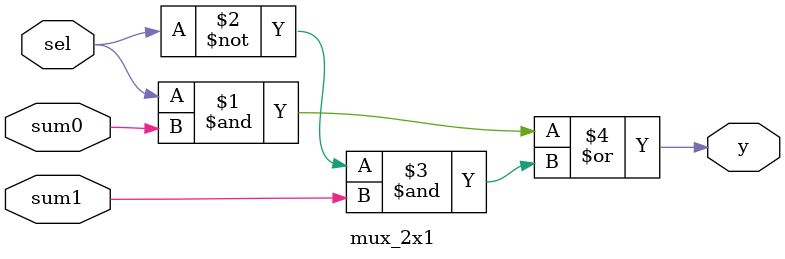
<source format=v>
`timescale 1ns / 1ps
module carry_sel_adder(
    input [3:0]a,
    input [3:0] b,
    input c,
    output [4:0]sout,
    output cout
    );
    
    wire [3:0]s1;
    wire [3:0]s2;
    wire [1:0]carry; 
    wire [3:0]sum;   
    wire c1,c2;
    assign carry[0]=0;
    assign carry[1] = 1;
    
    adder_4bit adder_1(a[3:0],b[3:0],carry[0],s1[3:0],c1);
    adder_4bit adder_2(a[3:0],b[3:0],carry[1],s2[3:0],c2);
    
    mux_2x1 mux_1(s1[0],s2[0],c,sum[0]);
    mux_2x1 mux_2(s1[1],s2[1],sum[0],sum[1]);
    mux_2x1 mux_3(s1[2],s2[2],sum[1],sum[2]);
    mux_2x1 mux_4(s1[3],s2[3],sum[2],sum[3]);
    
    mux_2x1 mux_5(c1,c2,sum[3],cout);
    assign sout = {cout,sum[3:0]};
endmodule

module mux_2x1(
    input sum0,sum1,
    input sel,
    output y
    );
    assign y = (sel & sum0) | (~sel& sum1);
    
endmodule
</source>
